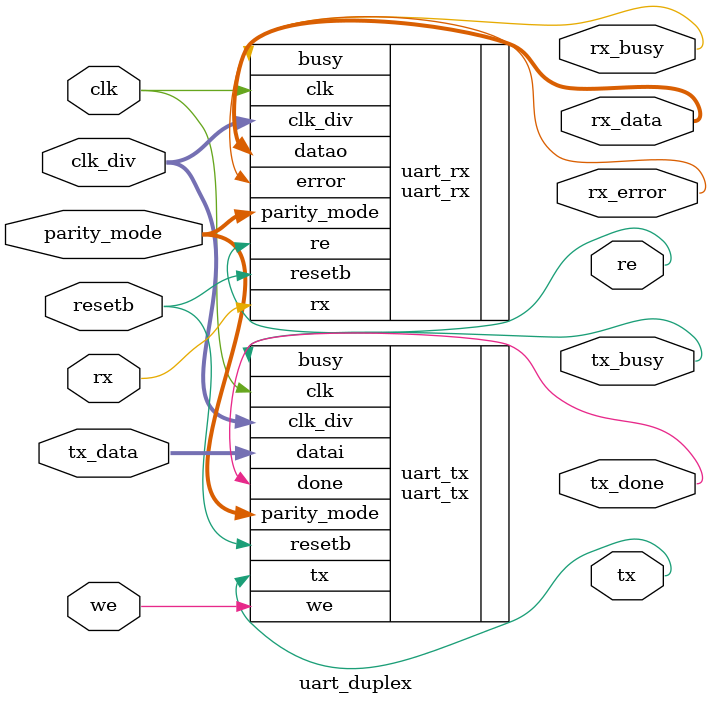
<source format=v>
module uart_duplex
  #(parameter CLK_DIV_WIDTH=8
    )
   (
    input clk,
    input resetb,
    input [CLK_DIV_WIDTH-1:0] clk_div,
    input [1:0] parity_mode,

    input rx,
    output re,
    output rx_error,
    output [7:0] rx_data,
    output rx_busy,

    output tx,
    input [7:0] tx_data,
    input we,
    output tx_busy,
    output tx_done
    );

   uart_tx #(.CLK_DIV_WIDTH(CLK_DIV_WIDTH))
   uart_tx
     (
      .clk(clk),
      .resetb(resetb),
      .clk_div(clk_div),
      .tx(tx),
      .datai(tx_data),
      .parity_mode(parity_mode),
      .we(we),
      .busy(tx_busy),
      .done(tx_done)
      );

   uart_rx #(.CLK_DIV_WIDTH(CLK_DIV_WIDTH))
   uart_rx
     (
      .clk(clk),
      .resetb(resetb),
      .clk_div(clk_div),
      .rx(rx),
      .parity_mode(parity_mode),
      .re(re),
      .error(rx_error),
      .datao(rx_data),
      .busy(rx_busy)
      );
endmodule
</source>
